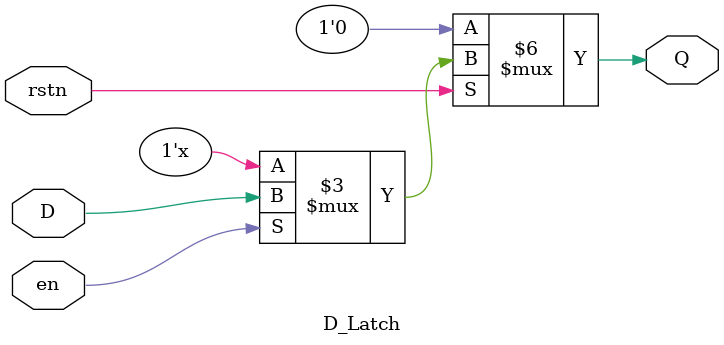
<source format=v>
`timescale 1ns / 1ps
module D_Latch(D, rstn, en, Q);
	input D, en, rstn;
	output reg Q;
	
	always @(*)
	if(!rstn)
		Q <= 0;
	else if(en)
		Q <= D;
endmodule

</source>
